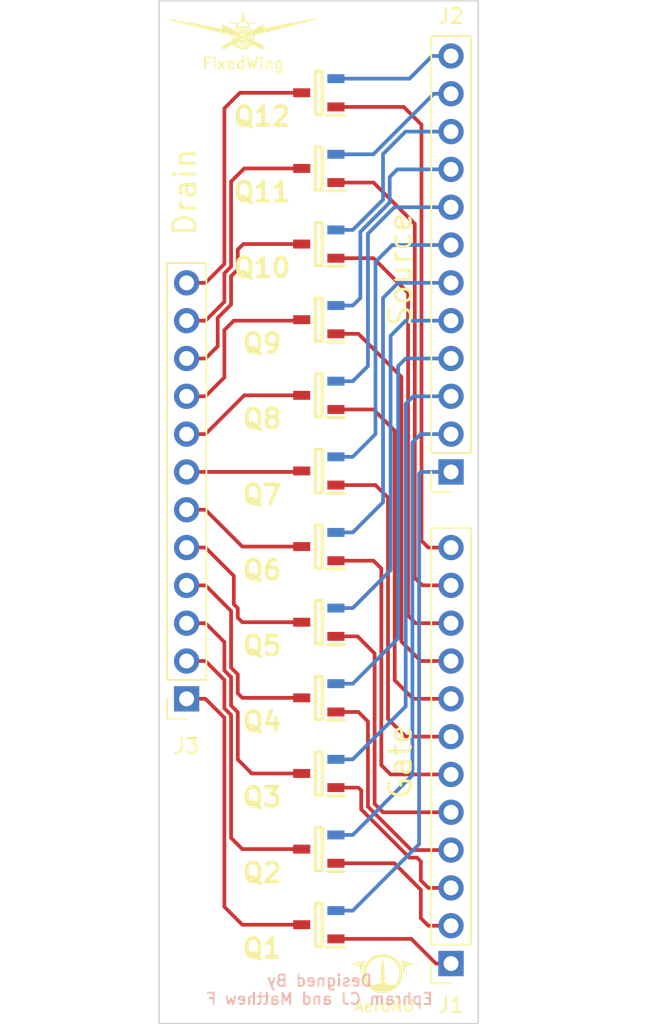
<source format=kicad_pcb>
(kicad_pcb (version 20221018) (generator pcbnew)
  (layers (0 "F.Cu" signal) (31 "B.Cu" signal) (34 "B.Paste" user) (35 "F.Paste" user) (36 "B.SilkS" user "B.Silkscreen") (37 "F.SilkS" user "F.Silkscreen") (38 "B.Mask" user) (39 "F.Mask" user) (44 "Edge.Cuts" user))
  (net 0 "")
  (net 1 "Net-(J1-Pin_1)")
  (net 2 "Net-(J1-Pin_2)")
  (net 3 "Net-(J1-Pin_3)")
  (net 4 "Net-(J1-Pin_4)")
  (net 5 "Net-(J1-Pin_5)")
  (net 6 "Net-(J1-Pin_6)")
  (net 7 "Net-(J1-Pin_7)")
  (net 8 "Net-(J1-Pin_8)")
  (net 9 "Net-(J1-Pin_9)")
  (net 10 "Net-(J1-Pin_10)")
  (net 11 "Net-(J1-Pin_11)")
  (net 12 "Net-(J1-Pin_12)")
  (net 13 "Net-(J2-Pin_1)")
  (net 14 "Net-(J2-Pin_2)")
  (net 15 "Net-(J2-Pin_3)")
  (net 16 "Net-(J2-Pin_4)")
  (net 17 "Net-(J2-Pin_5)")
  (net 18 "Net-(J2-Pin_6)")
  (net 19 "Net-(J2-Pin_7)")
  (net 20 "Net-(J2-Pin_8)")
  (net 21 "Net-(J2-Pin_9)")
  (net 22 "Net-(J2-Pin_10)")
  (net 23 "Net-(J2-Pin_11)")
  (net 24 "Net-(J2-Pin_12)")
  (net 25 "Net-(J3-Pin_1)")
  (net 26 "Net-(J3-Pin_2)")
  (net 27 "Net-(J3-Pin_3)")
  (net 28 "Net-(J3-Pin_4)")
  (net 29 "Net-(J3-Pin_5)")
  (net 30 "Net-(J3-Pin_6)")
  (net 31 "Net-(J3-Pin_7)")
  (net 32 "Net-(J3-Pin_8)")
  (net 33 "Net-(J3-Pin_9)")
  (net 34 "Net-(J3-Pin_10)")
  (net 35 "Net-(J3-Pin_11)")
  (net 36 "Net-(J3-Pin_12)")
  (footprint "FixedWing:SOT95P260X110-3N" (layer "F.Cu") (at 161.29 98.994 180)
    (fp_text reference "Q3" (at 3.81 -1.59) (layer "F.SilkS") (effects (font (size 1.27 1.27) (thickness 0.254))))
    (fp_text value "BSS308PE_H6327" hide)
    (pad "1" smd rect (at -1.15 -0.95 270) (size 0.6 1.15) (layers "F.Cu" "F.Paste" "F.Mask") (net 10 "Net-(J1-Pin_10)"))
    (pad "2" smd rect (at -1.15 0.95 270) (size 0.6 1.15) (layers "B.Cu" "F.Paste" "F.Mask") (net 22 "Net-(J2-Pin_10)"))
    (pad "3" smd rect (at 1.15 0 270) (size 0.6 1.15) (layers "F.Cu" "F.Paste" "F.Mask") (net 34 "Net-(J3-Pin_10)"))
  )
  (footprint "FixedWing:SOT95P260X110-3N" (layer "F.Cu") (at 161.29 88.834 180)
    (fp_text reference "Q5" (at 3.81 -1.59) (layer "F.SilkS") (effects (font (size 1.27 1.27) (thickness 0.254))))
    (fp_text value "BSS308PE_H6327" hide)
    (pad "1" smd rect (at -1.15 -0.95 270) (size 0.6 1.15) (layers "F.Cu" "F.Paste" "F.Mask") (net 8 "Net-(J1-Pin_8)"))
    (pad "2" smd rect (at -1.15 0.95 270) (size 0.6 1.15) (layers "B.Cu" "F.Paste" "F.Mask") (net 20 "Net-(J2-Pin_8)"))
    (pad "3" smd rect (at 1.15 0 270) (size 0.6 1.15) (layers "F.Cu" "F.Paste" "F.Mask") (net 32 "Net-(J3-Pin_8)"))
  )
  (footprint "FixedWing:SOT95P260X110-3N" (layer "F.Cu") (at 161.29 68.514 180)
    (fp_text reference "Q9" (at 3.81 -1.59) (layer "F.SilkS") (effects (font (size 1.27 1.27) (thickness 0.254))))
    (fp_text value "BSS308PE_H6327" hide)
    (pad "1" smd rect (at -1.15 -0.95 270) (size 0.6 1.15) (layers "F.Cu" "F.Paste" "F.Mask") (net 4 "Net-(J1-Pin_4)"))
    (pad "2" smd rect (at -1.15 0.95 270) (size 0.6 1.15) (layers "B.Cu" "F.Paste" "F.Mask") (net 16 "Net-(J2-Pin_4)"))
    (pad "3" smd rect (at 1.15 0 270) (size 0.6 1.15) (layers "F.Cu" "F.Paste" "F.Mask") (net 28 "Net-(J3-Pin_4)"))
  )
  (footprint "FixedWing:SOT95P260X110-3N" (layer "F.Cu") (at 161.29 73.594 180)
    (fp_text reference "Q8" (at 3.81 -1.59) (layer "F.SilkS") (effects (font (size 1.27 1.27) (thickness 0.254))))
    (fp_text value "BSS308PE_H6327" hide)
    (pad "1" smd rect (at -1.15 -0.95 270) (size 0.6 1.15) (layers "F.Cu" "F.Paste" "F.Mask") (net 5 "Net-(J1-Pin_5)"))
    (pad "2" smd rect (at -1.15 0.95 270) (size 0.6 1.15) (layers "B.Cu" "F.Paste" "F.Mask") (net 17 "Net-(J2-Pin_5)"))
    (pad "3" smd rect (at 1.15 0 270) (size 0.6 1.15) (layers "F.Cu" "F.Paste" "F.Mask") (net 29 "Net-(J3-Pin_5)"))
  )
  (footprint "FixedWing:SOT95P260X110-3N" (layer "F.Cu") (at 161.29 93.914 180)
    (fp_text reference "Q4" (at 3.81 -1.59) (layer "F.SilkS") (effects (font (size 1.27 1.27) (thickness 0.254))))
    (fp_text value "BSS308PE_H6327" hide)
    (pad "1" smd rect (at -1.15 -0.95 270) (size 0.6 1.15) (layers "F.Cu" "F.Paste" "F.Mask") (net 9 "Net-(J1-Pin_9)"))
    (pad "2" smd rect (at -1.15 0.95 270) (size 0.6 1.15) (layers "B.Cu" "F.Paste" "F.Mask") (net 21 "Net-(J2-Pin_9)"))
    (pad "3" smd rect (at 1.15 0 270) (size 0.6 1.15) (layers "F.Cu" "F.Paste" "F.Mask") (net 33 "Net-(J3-Pin_9)"))
  )
  (footprint "FixedWing:SOT95P260X110-3N" (layer "F.Cu") (at 161.29 53.274 180)
    (fp_text reference "Q12" (at 3.81 -1.59) (layer "F.SilkS") (effects (font (size 1.27 1.27) (thickness 0.254))))
    (fp_text value "BSS308PE_H6327" hide)
    (pad "1" smd rect (at -1.15 -0.95 270) (size 0.6 1.15) (layers "F.Cu" "F.Paste" "F.Mask") (net 1 "Net-(J1-Pin_1)"))
    (pad "2" smd rect (at -1.15 0.95 270) (size 0.6 1.15) (layers "B.Cu" "F.Paste" "F.Mask") (net 13 "Net-(J2-Pin_1)"))
    (pad "3" smd rect (at 1.15 0 270) (size 0.6 1.15) (layers "F.Cu" "F.Paste" "F.Mask") (net 25 "Net-(J3-Pin_1)"))
  )
  (footprint "FixedWing:SOT95P260X110-3N" (layer "F.Cu") (at 161.29 58.354 180)
    (fp_text reference "Q11" (at 3.81 -1.59) (layer "F.SilkS") (effects (font (size 1.27 1.27) (thickness 0.254))))
    (fp_text value "BSS308PE_H6327" hide)
    (pad "1" smd rect (at -1.15 -0.95 270) (size 0.6 1.15) (layers "F.Cu" "F.Paste" "F.Mask") (net 2 "Net-(J1-Pin_2)"))
    (pad "2" smd rect (at -1.15 0.95 270) (size 0.6 1.15) (layers "B.Cu" "F.Paste" "F.Mask") (net 14 "Net-(J2-Pin_2)"))
    (pad "3" smd rect (at 1.15 0 270) (size 0.6 1.15) (layers "F.Cu" "F.Paste" "F.Mask") (net 26 "Net-(J3-Pin_2)"))
  )
  (footprint "Connector_PinSocket_2.54mm:PinSocket_1x12_P2.54mm_Vertical" (layer "F.Cu") (at 170.18 111.76 180)
    (fp_text reference "J1" (at 0 -2.794) (layer "F.SilkS"))
    (fp_text value "Conn_01x12")
    (pad "1" thru_hole rect (at 0 0 180) (size 1.7 1.7) (drill 1) (layers "*.Cu" "*.Mask"))
    (pad "2" thru_hole oval (at 0 2.54 180) (size 1.7 1.7) (drill 1) (layers "*.Cu" "*.Mask"))
    (pad "3" thru_hole oval (at 0 5.08 180) (size 1.7 1.7) (drill 1) (layers "*.Cu" "*.Mask"))
    (pad "4" thru_hole oval (at 0 7.62 180) (size 1.7 1.7) (drill 1) (layers "*.Cu" "*.Mask"))
    (pad "5" thru_hole oval (at 0 10.16 180) (size 1.7 1.7) (drill 1) (layers "*.Cu" "*.Mask"))
    (pad "6" thru_hole oval (at 0 12.7 180) (size 1.7 1.7) (drill 1) (layers "*.Cu" "*.Mask"))
    (pad "7" thru_hole oval (at 0 15.24 180) (size 1.7 1.7) (drill 1) (layers "*.Cu" "*.Mask"))
    (pad "8" thru_hole oval (at 0 17.78 180) (size 1.7 1.7) (drill 1) (layers "*.Cu" "*.Mask"))
    (pad "9" thru_hole oval (at 0 20.32 180) (size 1.7 1.7) (drill 1) (layers "*.Cu" "*.Mask"))
    (pad "10" thru_hole oval (at 0 22.86 180) (size 1.7 1.7) (drill 1) (layers "*.Cu" "*.Mask"))
    (pad "11" thru_hole oval (at 0 25.4 180) (size 1.7 1.7) (drill 1) (layers "*.Cu" "*.Mask"))
    (pad "12" thru_hole oval (at 0 27.94 180) (size 1.7 1.7) (drill 1) (layers "*.Cu" "*.Mask"))
  )
  (footprint "FixedWing:SOT95P260X110-3N" (layer "F.Cu") (at 161.29 109.154 180)
    (fp_text reference "Q1" (at 3.81 -1.59) (layer "F.SilkS") (effects (font (size 1.27 1.27) (thickness 0.254))))
    (fp_text value "BSS308PE_H6327" hide)
    (pad "1" smd rect (at -1.15 -0.95 270) (size 0.6 1.15) (layers "F.Cu" "F.Paste" "F.Mask") (net 12 "Net-(J1-Pin_12)"))
    (pad "2" smd rect (at -1.15 0.95 270) (size 0.6 1.15) (layers "B.Cu" "F.Paste" "F.Mask") (net 24 "Net-(J2-Pin_12)"))
    (pad "3" smd rect (at 1.15 0 270) (size 0.6 1.15) (layers "F.Cu" "F.Paste" "F.Mask") (net 36 "Net-(J3-Pin_12)"))
  )
  (footprint "FixedWing:AeroNU - Logo (Smol)" (layer "F.Cu") (at 165.724549 115.193988)
    (fp_text reference "AeroNU" hide)
    (fp_text value "LOGO" hide)
  )
  (footprint "FixedWing:SOT95P260X110-3N" (layer "F.Cu") (at 161.29 83.754 180)
    (fp_text reference "Q6" (at 3.81 -1.59) (layer "F.SilkS") (effects (font (size 1.27 1.27) (thickness 0.254))))
    (fp_text value "BSS308PE_H6327" hide)
    (pad "1" smd rect (at -1.15 -0.95 270) (size 0.6 1.15) (layers "F.Cu" "F.Paste" "F.Mask") (net 7 "Net-(J1-Pin_7)"))
    (pad "2" smd rect (at -1.15 0.95 270) (size 0.6 1.15) (layers "B.Cu" "F.Paste" "F.Mask") (net 19 "Net-(J2-Pin_7)"))
    (pad "3" smd rect (at 1.15 0 270) (size 0.6 1.15) (layers "F.Cu" "F.Paste" "F.Mask") (net 31 "Net-(J3-Pin_7)"))
  )
  (footprint "Connector_PinSocket_2.54mm:PinSocket_1x12_P2.54mm_Vertical" (layer "F.Cu") (at 170.18 78.74 180)
    (fp_text reference "J2" (at 0 30.607) (layer "F.SilkS"))
    (fp_text value "Conn_01x12")
    (pad "1" thru_hole rect (at 0 0 180) (size 1.7 1.7) (drill 1) (layers "*.Cu" "*.Mask"))
    (pad "2" thru_hole oval (at 0 2.54 180) (size 1.7 1.7) (drill 1) (layers "*.Cu" "*.Mask"))
    (pad "3" thru_hole oval (at 0 5.08 180) (size 1.7 1.7) (drill 1) (layers "*.Cu" "*.Mask"))
    (pad "4" thru_hole oval (at 0 7.62 180) (size 1.7 1.7) (drill 1) (layers "*.Cu" "*.Mask"))
    (pad "5" thru_hole oval (at 0 10.16 180) (size 1.7 1.7) (drill 1) (layers "*.Cu" "*.Mask"))
    (pad "6" thru_hole oval (at 0 12.7 180) (size 1.7 1.7) (drill 1) (layers "*.Cu" "*.Mask"))
    (pad "7" thru_hole oval (at 0 15.24 180) (size 1.7 1.7) (drill 1) (layers "*.Cu" "*.Mask"))
    (pad "8" thru_hole oval (at 0 17.78 180) (size 1.7 1.7) (drill 1) (layers "*.Cu" "*.Mask"))
    (pad "9" thru_hole oval (at 0 20.32 180) (size 1.7 1.7) (drill 1) (layers "*.Cu" "*.Mask"))
    (pad "10" thru_hole oval (at 0 22.86 180) (size 1.7 1.7) (drill 1) (layers "*.Cu" "*.Mask"))
    (pad "11" thru_hole oval (at 0 25.4 180) (size 1.7 1.7) (drill 1) (layers "*.Cu" "*.Mask"))
    (pad "12" thru_hole oval (at 0 27.94 180) (size 1.7 1.7) (drill 1) (layers "*.Cu" "*.Mask"))
  )
  (footprint "FixedWing:SOT95P260X110-3N" (layer "F.Cu") (at 161.29 63.434 180)
    (fp_text reference "Q10" (at 3.81 -1.59) (layer "F.SilkS") (effects (font (size 1.27 1.27) (thickness 0.254))))
    (fp_text value "BSS308PE_H6327" hide)
    (pad "1" smd rect (at -1.15 -0.95 270) (size 0.6 1.15) (layers "F.Cu" "F.Paste" "F.Mask") (net 3 "Net-(J1-Pin_3)"))
    (pad "2" smd rect (at -1.15 0.95 270) (size 0.6 1.15) (layers "B.Cu" "F.Paste" "F.Mask") (net 15 "Net-(J2-Pin_3)"))
    (pad "3" smd rect (at 1.15 0 270) (size 0.6 1.15) (layers "F.Cu" "F.Paste" "F.Mask") (net 27 "Net-(J3-Pin_3)"))
  )
  (footprint "Connector_PinSocket_2.54mm:PinSocket_1x12_P2.54mm_Vertical" (layer "F.Cu") (at 152.4 93.98 180)
    (fp_text reference "J3" (at 0 -3.175) (layer "F.SilkS"))
    (fp_text value "Conn_01x12")
    (pad "1" thru_hole rect (at 0 0 180) (size 1.7 1.7) (drill 1) (layers "*.Cu" "*.Mask"))
    (pad "2" thru_hole oval (at 0 2.54 180) (size 1.7 1.7) (drill 1) (layers "*.Cu" "*.Mask"))
    (pad "3" thru_hole oval (at 0 5.08 180) (size 1.7 1.7) (drill 1) (layers "*.Cu" "*.Mask"))
    (pad "4" thru_hole oval (at 0 7.62 180) (size 1.7 1.7) (drill 1) (layers "*.Cu" "*.Mask"))
    (pad "5" thru_hole oval (at 0 10.16 180) (size 1.7 1.7) (drill 1) (layers "*.Cu" "*.Mask"))
    (pad "6" thru_hole oval (at 0 12.7 180) (size 1.7 1.7) (drill 1) (layers "*.Cu" "*.Mask"))
    (pad "7" thru_hole oval (at 0 15.24 180) (size 1.7 1.7) (drill 1) (layers "*.Cu" "*.Mask"))
    (pad "8" thru_hole oval (at 0 17.78 180) (size 1.7 1.7) (drill 1) (layers "*.Cu" "*.Mask"))
    (pad "9" thru_hole oval (at 0 20.32 180) (size 1.7 1.7) (drill 1) (layers "*.Cu" "*.Mask"))
    (pad "10" thru_hole oval (at 0 22.86 180) (size 1.7 1.7) (drill 1) (layers "*.Cu" "*.Mask"))
    (pad "11" thru_hole oval (at 0 25.4 180) (size 1.7 1.7) (drill 1) (layers "*.Cu" "*.Mask"))
    (pad "12" thru_hole oval (at 0 27.94 180) (size 1.7 1.7) (drill 1) (layers "*.Cu" "*.Mask"))
  )
  (footprint "FixedWing:FixedWing - Logo (Smol)" (layer "F.Cu") (at 156.21 49.53)
    (fp_text reference "FixedWing" (at 0 1.778) (layer "F.SilkS") (effects (font (size 0.75 0.75) (thickness 0.125))))
    (fp_text value "LOGO" hide)
  )
  (footprint "FixedWing:SOT95P260X110-3N" (layer "F.Cu") (at 161.29 104.074 180)
    (fp_text reference "Q2" (at 3.81 -1.59) (layer "F.SilkS") (effects (font (size 1.27 1.27) (thickness 0.254))))
    (fp_text value "BSS308PE_H6327" hide)
    (pad "1" smd rect (at -1.15 -0.95 270) (size 0.6 1.15) (layers "F.Cu" "F.Paste" "F.Mask") (net 11 "Net-(J1-Pin_11)"))
    (pad "2" smd rect (at -1.15 0.95 270) (size 0.6 1.15) (layers "B.Cu" "F.Paste" "F.Mask") (net 23 "Net-(J2-Pin_11)"))
    (pad "3" smd rect (at 1.15 0 270) (size 0.6 1.15) (layers "F.Cu" "F.Paste" "F.Mask") (net 35 "Net-(J3-Pin_11)"))
  )
  (footprint "FixedWing:SOT95P260X110-3N" (layer "F.Cu") (at 161.29 78.674 180)
    (fp_text reference "Q7" (at 3.81 -1.59) (layer "F.SilkS") (effects (font (size 1.27 1.27) (thickness 0.254))))
    (fp_text value "BSS308PE_H6327" hide)
    (pad "1" smd rect (at -1.15 -0.95 270) (size 0.6 1.15) (layers "F.Cu" "F.Paste" "F.Mask") (net 6 "Net-(J1-Pin_6)"))
    (pad "2" smd rect (at -1.15 0.95 270) (size 0.6 1.15) (layers "B.Cu" "F.Paste" "F.Mask") (net 18 "Net-(J2-Pin_6)"))
    (pad "3" smd rect (at 1.15 0 270) (size 0.6 1.15) (layers "F.Cu" "F.Paste" "F.Mask") (net 30 "Net-(J3-Pin_6)"))
  )
  (gr_rect (start 150.5458 47.0916) (end 172.0088 115.7986) (stroke (width 0.1)) (fill none) (layer "Edge.Cuts"))
  (gr_text "Designed By\nEphram CJ and Matthew F" (at 161.3408 114.5794) (layer "B.SilkS") (effects (font (size 0.762 0.762) (thickness 0.127) bold) (justify bottom mirror)))
  (gr_text "Source\n" (at 167.64 69.088 90) (layer "F.SilkS") (effects (font (size 1.5 1.5) (thickness 0.1875)) (justify left bottom)))
  (gr_text "AeroNU" (at 163.576 115.062) (layer "F.SilkS") (effects (font (size 0.762 0.762) (thickness 0.127) bold) (justify left bottom)))
  (gr_text "Gate" (at 167.64 100.838 90) (layer "F.SilkS") (effects (font (size 1.5 1.5) (thickness 0.1875)) (justify left bottom)))
  (gr_text "Drain" (at 153.162 62.992 90) (layer "F.SilkS") (effects (font (size 1.5 1.5) (thickness 0.1875)) (justify left bottom)))
  (segment (start 168.192 55.416) (end 167 54.224) (width 0.25) (layer "F.Cu") (net 1))
  (segment (start 170.18 83.82) (end 168.656 83.82) (width 0.25) (layer "F.Cu") (net 1))
  (segment (start 167 54.224) (end 162.44 54.224) (width 0.25) (layer "F.Cu") (net 1))
  (segment (start 168.192 83.356) (end 168.192 55.416) (width 0.25) (layer "F.Cu") (net 1))
  (segment (start 168.656 83.82) (end 168.192 83.356) (width 0.25) (layer "F.Cu") (net 1))
  (segment (start 170.18 86.36) (end 168.25 86.36) (width 0.25) (layer "F.Cu") (net 2))
  (segment (start 164.968 59.304) (end 162.44 59.304) (width 0.25) (layer "F.Cu") (net 2))
  (segment (start 168.25 86.36) (end 167.742 85.852) (width 0.25) (layer "F.Cu") (net 2))
  (segment (start 167.742 62.078) (end 164.968 59.304) (width 0.25) (layer "F.Cu") (net 2))
  (segment (start 167.742 85.852) (end 167.742 62.078) (width 0.25) (layer "F.Cu") (net 2))
  (segment (start 170.18 88.9) (end 167.8 88.9) (width 0.25) (layer "F.Cu") (net 3))
  (segment (start 164.968 64.384) (end 162.44 64.384) (width 0.25) (layer "F.Cu") (net 3))
  (segment (start 167.292 88.392) (end 167.292 66.708) (width 0.25) (layer "F.Cu") (net 3))
  (segment (start 167.8 88.9) (end 167.292 88.392) (width 0.25) (layer "F.Cu") (net 3))
  (segment (start 167.292 66.708) (end 164.968 64.384) (width 0.25) (layer "F.Cu") (net 3))
  (segment (start 166.842 72.354) (end 163.952 69.464) (width 0.25) (layer "F.Cu") (net 4))
  (segment (start 166.842 90.134) (end 166.842 72.354) (width 0.25) (layer "F.Cu") (net 4))
  (segment (start 163.952 69.464) (end 162.44 69.464) (width 0.25) (layer "F.Cu") (net 4))
  (segment (start 168.148 91.44) (end 166.842 90.134) (width 0.25) (layer "F.Cu") (net 4))
  (segment (start 170.18 91.44) (end 168.148 91.44) (width 0.25) (layer "F.Cu") (net 4))
  (segment (start 166.392 92.732) (end 166.392 75.968) (width 0.25) (layer "F.Cu") (net 5))
  (segment (start 167.64 93.98) (end 166.392 92.732) (width 0.25) (layer "F.Cu") (net 5))
  (segment (start 166.392 75.968) (end 164.968 74.544) (width 0.25) (layer "F.Cu") (net 5))
  (segment (start 164.968 74.544) (end 162.44 74.544) (width 0.25) (layer "F.Cu") (net 5))
  (segment (start 170.18 93.98) (end 167.64 93.98) (width 0.25) (layer "F.Cu") (net 5))
  (segment (start 165.1 79.624) (end 162.44 79.624) (width 0.25) (layer "F.Cu") (net 6))
  (segment (start 165.942 95.33) (end 165.942 80.466) (width 0.25) (layer "F.Cu") (net 6))
  (segment (start 167.132 96.52) (end 165.942 95.33) (width 0.25) (layer "F.Cu") (net 6))
  (segment (start 170.18 96.52) (end 167.132 96.52) (width 0.25) (layer "F.Cu") (net 6))
  (segment (start 165.942 80.466) (end 165.1 79.624) (width 0.25) (layer "F.Cu") (net 6))
  (segment (start 170.18 99.06) (end 166.116 99.06) (width 0.25) (layer "F.Cu") (net 7))
  (segment (start 166.116 99.06) (end 165.492 98.436) (width 0.25) (layer "F.Cu") (net 7))
  (segment (start 165.492 85.228) (end 164.968 84.704) (width 0.25) (layer "F.Cu") (net 7))
  (segment (start 164.968 84.704) (end 162.44 84.704) (width 0.25) (layer "F.Cu") (net 7))
  (segment (start 165.492 98.436) (end 165.492 85.228) (width 0.25) (layer "F.Cu") (net 7))
  (segment (start 170.18 101.6) (end 165.608 101.6) (width 0.25) (layer "F.Cu") (net 8))
  (segment (start 165.042 90.932) (end 163.894 89.784) (width 0.25) (layer "F.Cu") (net 8))
  (segment (start 165.042 101.034) (end 165.042 90.932) (width 0.25) (layer "F.Cu") (net 8))
  (segment (start 165.608 101.6) (end 165.042 101.034) (width 0.25) (layer "F.Cu") (net 8))
  (segment (start 163.894 89.784) (end 162.44 89.784) (width 0.25) (layer "F.Cu") (net 8))
  (segment (start 164.592 101.220396) (end 164.592 95.504) (width 0.25) (layer "F.Cu") (net 9))
  (segment (start 163.952 94.864) (end 162.44 94.864) (width 0.25) (layer "F.Cu") (net 9))
  (segment (start 170.18 104.14) (end 167.511604 104.14) (width 0.25) (layer "F.Cu") (net 9))
  (segment (start 167.511604 104.14) (end 164.592 101.220396) (width 0.25) (layer "F.Cu") (net 9))
  (segment (start 164.592 95.504) (end 163.952 94.864) (width 0.25) (layer "F.Cu") (net 9))
  (segment (start 163.952 99.944) (end 162.44 99.944) (width 0.25) (layer "F.Cu") (net 10))
  (segment (start 164.142 100.134) (end 163.952 99.944) (width 0.25) (layer "F.Cu") (net 10))
  (segment (start 164.142 101.406792) (end 164.142 100.134) (width 0.25) (layer "F.Cu") (net 10))
  (segment (start 167.891208 104.648) (end 167.383208 104.648) (width 0.25) (layer "F.Cu") (net 10))
  (segment (start 170.18 106.68) (end 168.656 106.68) (width 0.25) (layer "F.Cu") (net 10))
  (segment (start 168.148 104.904792) (end 167.891208 104.648) (width 0.25) (layer "F.Cu") (net 10))
  (segment (start 168.148 106.172) (end 168.148 104.904792) (width 0.25) (layer "F.Cu") (net 10))
  (segment (start 167.383208 104.648) (end 164.142 101.406792) (width 0.25) (layer "F.Cu") (net 10))
  (segment (start 168.656 106.68) (end 168.148 106.172) (width 0.25) (layer "F.Cu") (net 10))
  (segment (start 170.18 109.22) (end 170.18 108.712) (width 0.25) (layer "F.Cu") (net 11))
  (segment (start 166.363604 105.024) (end 162.44 105.024) (width 0.25) (layer "F.Cu") (net 11))
  (segment (start 168.148 108.712) (end 168.148 106.808396) (width 0.25) (layer "F.Cu") (net 11))
  (segment (start 168.656 109.22) (end 168.148 108.712) (width 0.25) (layer "F.Cu") (net 11))
  (segment (start 168.148 106.808396) (end 166.363604 105.024) (width 0.25) (layer "F.Cu") (net 11))
  (segment (start 170.18 109.22) (end 168.656 109.22) (width 0.25) (layer "F.Cu") (net 11))
  (segment (start 167.508 110.104) (end 162.44 110.104) (width 0.25) (layer "F.Cu") (net 12))
  (segment (start 169.164 111.76) (end 167.508 110.104) (width 0.25) (layer "F.Cu") (net 12))
  (segment (start 170.18 111.76) (end 169.164 111.76) (width 0.25) (layer "F.Cu") (net 12))
  (segment (start 170.18 50.8) (end 168.91 50.8) (width 0.25) (layer "B.Cu") (net 13))
  (segment (start 167.386 52.324) (end 162.44 52.324) (width 0.25) (layer "B.Cu") (net 13))
  (segment (start 168.91 50.8) (end 167.386 52.324) (width 0.25) (layer "B.Cu") (net 13))
  (segment (start 169.023208 53.34) (end 164.959208 57.404) (width 0.25) (layer "B.Cu") (net 14))
  (segment (start 164.959208 57.404) (end 162.44 57.404) (width 0.25) (layer "B.Cu") (net 14))
  (segment (start 170.18 53.34) (end 169.023208 53.34) (width 0.25) (layer "B.Cu") (net 14))
  (segment (start 165.608 60.452) (end 163.576 62.484) (width 0.25) (layer "B.Cu") (net 15))
  (segment (start 170.18 55.88) (end 167.119604 55.88) (width 0.25) (layer "B.Cu") (net 15))
  (segment (start 165.608 57.391604) (end 165.608 60.452) (width 0.25) (layer "B.Cu") (net 15))
  (segment (start 167.119604 55.88) (end 165.608 57.391604) (width 0.25) (layer "B.Cu") (net 15))
  (segment (start 163.576 62.484) (end 162.44 62.484) (width 0.25) (layer "B.Cu") (net 15))
  (segment (start 163.576 67.564) (end 162.44 67.564) (width 0.25) (layer "B.Cu") (net 16))
  (segment (start 164.084 62.612396) (end 164.084 67.056) (width 0.25) (layer "B.Cu") (net 16))
  (segment (start 166.566 58.42) (end 166.058 58.928) (width 0.25) (layer "B.Cu") (net 16))
  (segment (start 166.058 60.638396) (end 164.084 62.612396) (width 0.25) (layer "B.Cu") (net 16))
  (segment (start 166.058 58.928) (end 166.058 60.638396) (width 0.25) (layer "B.Cu") (net 16))
  (segment (start 170.18 58.42) (end 166.566 58.42) (width 0.25) (layer "B.Cu") (net 16))
  (segment (start 164.084 67.056) (end 163.576 67.564) (width 0.25) (layer "B.Cu") (net 16))
  (segment (start 163.576 72.644) (end 162.44 72.644) (width 0.25) (layer "B.Cu") (net 17))
  (segment (start 164.592 62.740792) (end 164.592 71.628) (width 0.25) (layer "B.Cu") (net 17))
  (segment (start 166.372792 60.96) (end 164.592 62.740792) (width 0.25) (layer "B.Cu") (net 17))
  (segment (start 164.592 71.628) (end 163.576 72.644) (width 0.25) (layer "B.Cu") (net 17))
  (segment (start 170.18 60.96) (end 166.372792 60.96) (width 0.25) (layer "B.Cu") (net 17))
  (segment (start 163.576 77.724) (end 162.44 77.724) (width 0.25) (layer "B.Cu") (net 18))
  (segment (start 166.232 63.5) (end 165.1 64.632) (width 0.25) (layer "B.Cu") (net 18))
  (segment (start 165.1 64.632) (end 165.1 76.2) (width 0.25) (layer "B.Cu") (net 18))
  (segment (start 165.1 76.2) (end 163.576 77.724) (width 0.25) (layer "B.Cu") (net 18))
  (segment (start 170.18 63.5) (end 166.232 63.5) (width 0.25) (layer "B.Cu") (net 18))
  (segment (start 166.624 66.04) (end 165.608 67.056) (width 0.25) (layer "B.Cu") (net 19))
  (segment (start 165.608 80.772) (end 163.576 82.804) (width 0.25) (layer "B.Cu") (net 19))
  (segment (start 165.608 67.056) (end 165.608 80.772) (width 0.25) (layer "B.Cu") (net 19))
  (segment (start 163.576 82.804) (end 162.44 82.804) (width 0.25) (layer "B.Cu") (net 19))
  (segment (start 170.18 66.04) (end 166.624 66.04) (width 0.25) (layer "B.Cu") (net 19))
  (segment (start 170.18 68.58) (end 167.132 68.58) (width 0.25) (layer "B.Cu") (net 20))
  (segment (start 167.132 68.58) (end 166.116 69.596) (width 0.25) (layer "B.Cu") (net 20))
  (segment (start 166.116 69.596) (end 166.116 85.344) (width 0.25) (layer "B.Cu") (net 20))
  (segment (start 163.576 87.884) (end 162.44 87.884) (width 0.25) (layer "B.Cu") (net 20))
  (segment (start 166.116 85.344) (end 163.576 87.884) (width 0.25) (layer "B.Cu") (net 20))
  (segment (start 167.132 71.12) (end 166.624 71.628) (width 0.25) (layer "B.Cu") (net 21))
  (segment (start 170.18 71.12) (end 167.132 71.12) (width 0.25) (layer "B.Cu") (net 21))
  (segment (start 163.576 92.964) (end 162.44 92.964) (width 0.25) (layer "B.Cu") (net 21))
  (segment (start 166.624 89.916) (end 163.576 92.964) (width 0.25) (layer "B.Cu") (net 21))
  (segment (start 166.624 71.628) (end 166.624 89.916) (width 0.25) (layer "B.Cu") (net 21))
  (segment (start 163.576 98.044) (end 162.44 98.044) (width 0.25) (layer "B.Cu") (net 22))
  (segment (start 167.132 74.168) (end 167.132 94.488) (width 0.25) (layer "B.Cu") (net 22))
  (segment (start 167.64 73.66) (end 167.132 74.168) (width 0.25) (layer "B.Cu") (net 22))
  (segment (start 170.18 73.66) (end 167.64 73.66) (width 0.25) (layer "B.Cu") (net 22))
  (segment (start 167.132 94.488) (end 163.576 98.044) (width 0.25) (layer "B.Cu") (net 22))
  (segment (start 167.582 76.766) (end 167.582 99.118) (width 0.25) (layer "B.Cu") (net 23))
  (segment (start 170.18 76.2) (end 168.148 76.2) (width 0.25) (layer "B.Cu") (net 23))
  (segment (start 163.576 103.124) (end 162.44 103.124) (width 0.25) (layer "B.Cu") (net 23))
  (segment (start 167.582 99.118) (end 163.576 103.124) (width 0.25) (layer "B.Cu") (net 23))
  (segment (start 168.148 76.2) (end 167.582 76.766) (width 0.25) (layer "B.Cu") (net 23))
  (segment (start 163.576 108.204) (end 162.44 108.204) (width 0.25) (layer "B.Cu") (net 24))
  (segment (start 170.18 78.74) (end 168.148 78.74) (width 0.25) (layer "B.Cu") (net 24))
  (segment (start 168.148 78.74) (end 168.032 78.856) (width 0.25) (layer "B.Cu") (net 24))
  (segment (start 168.032 103.748) (end 163.576 108.204) (width 0.25) (layer "B.Cu") (net 24))
  (segment (start 168.032 78.856) (end 168.032 103.748) (width 0.25) (layer "B.Cu") (net 24))
  (segment (start 152.4 66.04) (end 153.67 66.04) (width 0.25) (layer "F.Cu") (net 25))
  (segment (start 153.67 66.04) (end 154.94 64.77) (width 0.25) (layer "F.Cu") (net 25))
  (segment (start 154.94 54.3195) (end 155.9855 53.274) (width 0.25) (layer "F.Cu") (net 25))
  (segment (start 155.9855 53.274) (end 160.14 53.274) (width 0.25) (layer "F.Cu") (net 25))
  (segment (start 154.94 64.77) (end 154.94 54.3195) (width 0.25) (layer "F.Cu") (net 25))
  (segment (start 154.94 65.405) (end 155.39 64.955) (width 0.25) (layer "F.Cu") (net 26))
  (segment (start 155.39 64.955) (end 155.39 59.24) (width 0.25) (layer "F.Cu") (net 26))
  (segment (start 152.4 68.58) (end 153.67 68.58) (width 0.25) (layer "F.Cu") (net 26))
  (segment (start 155.39 59.24) (end 156.276 58.354) (width 0.25) (layer "F.Cu") (net 26))
  (segment (start 154.94 67.31) (end 154.94 65.405) (width 0.25) (layer "F.Cu") (net 26))
  (segment (start 153.67 68.58) (end 154.94 67.31) (width 0.25) (layer "F.Cu") (net 26))
  (segment (start 156.276 58.354) (end 160.14 58.354) (width 0.25) (layer "F.Cu") (net 26))
  (segment (start 154.49 70.3) (end 153.67 71.12) (width 0.25) (layer "F.Cu") (net 27))
  (segment (start 153.67 71.12) (end 152.4 71.12) (width 0.25) (layer "F.Cu") (net 27))
  (segment (start 156.21 63.434) (end 155.84 63.804) (width 0.25) (layer "F.Cu") (net 27))
  (segment (start 155.84 65.141396) (end 155.39 65.591396) (width 0.25) (layer "F.Cu") (net 27))
  (segment (start 155.39 67.495) (end 154.49 68.395) (width 0.25) (layer "F.Cu") (net 27))
  (segment (start 155.84 63.804) (end 155.84 65.141396) (width 0.25) (layer "F.Cu") (net 27))
  (segment (start 160.14 63.434) (end 156.21 63.434) (width 0.25) (layer "F.Cu") (net 27))
  (segment (start 154.49 68.395) (end 154.49 70.3) (width 0.25) (layer "F.Cu") (net 27))
  (segment (start 155.39 65.591396) (end 155.39 67.495) (width 0.25) (layer "F.Cu") (net 27))
  (segment (start 154.94 69.215) (end 155.575 68.58) (width 0.25) (layer "F.Cu") (net 28))
  (segment (start 153.67 73.66) (end 154.94 72.39) (width 0.25) (layer "F.Cu") (net 28))
  (segment (start 154.94 72.39) (end 154.94 69.215) (width 0.25) (layer "F.Cu") (net 28))
  (segment (start 155.575 68.58) (end 160.074 68.58) (width 0.25) (layer "F.Cu") (net 28))
  (segment (start 152.4 73.66) (end 153.67 73.66) (width 0.25) (layer "F.Cu") (net 28))
  (segment (start 160.074 68.58) (end 160.14 68.514) (width 0.25) (layer "F.Cu") (net 28))
  (segment (start 153.67 76.2) (end 156.276 73.594) (width 0.25) (layer "F.Cu") (net 29))
  (segment (start 156.276 73.594) (end 160.14 73.594) (width 0.25) (layer "F.Cu") (net 29))
  (segment (start 152.4 76.2) (end 153.67 76.2) (width 0.25) (layer "F.Cu") (net 29))
  (segment (start 160.074 78.74) (end 160.14 78.674) (width 0.25) (layer "F.Cu") (net 30))
  (segment (start 152.4 78.74) (end 160.074 78.74) (width 0.25) (layer "F.Cu") (net 30))
  (segment (start 153.67 81.28) (end 156.144 83.754) (width 0.25) (layer "F.Cu") (net 31))
  (segment (start 156.144 83.754) (end 160.14 83.754) (width 0.25) (layer "F.Cu") (net 31))
  (segment (start 152.4 81.28) (end 153.67 81.28) (width 0.25) (layer "F.Cu") (net 31))
  (segment (start 155.575 85.725) (end 155.575 87.628604) (width 0.25) (layer "F.Cu") (net 32))
  (segment (start 156.144 88.834) (end 160.14 88.834) (width 0.25) (layer "F.Cu") (net 32))
  (segment (start 155.575 87.628604) (end 155.84 87.893604) (width 0.25) (layer "F.Cu") (net 32))
  (segment (start 153.67 83.82) (end 155.575 85.725) (width 0.25) (layer "F.Cu") (net 32))
  (segment (start 155.84 88.53) (end 156.144 88.834) (width 0.25) (layer "F.Cu") (net 32))
  (segment (start 155.84 87.893604) (end 155.84 88.53) (width 0.25) (layer "F.Cu") (net 32))
  (segment (start 152.4 83.82) (end 153.67 83.82) (width 0.25) (layer "F.Cu") (net 32))
  (segment (start 155.84 92.337208) (end 155.84 93.608604) (width 0.25) (layer "F.Cu") (net 33))
  (segment (start 152.4 86.36) (end 153.67 86.36) (width 0.25) (layer "F.Cu") (net 33))
  (segment (start 156.145396 93.914) (end 160.14 93.914) (width 0.25) (layer "F.Cu") (net 33))
  (segment (start 153.67 86.36) (end 155.39 88.08) (width 0.25) (layer "F.Cu") (net 33))
  (segment (start 155.84 93.608604) (end 156.145396 93.914) (width 0.25) (layer "F.Cu") (net 33))
  (segment (start 155.39 91.887208) (end 155.84 92.337208) (width 0.25) (layer "F.Cu") (net 33))
  (segment (start 155.39 88.08) (end 155.39 91.887208) (width 0.25) (layer "F.Cu") (net 33))
  (segment (start 152.4 88.9) (end 153.67 88.9) (width 0.25) (layer "F.Cu") (net 34))
  (segment (start 155.84 94.88) (end 155.84 98.055) (width 0.25) (layer "F.Cu") (net 34))
  (segment (start 155.84 98.055) (end 156.779 98.994) (width 0.25) (layer "F.Cu") (net 34))
  (segment (start 155.39 94.43) (end 155.84 94.88) (width 0.25) (layer "F.Cu") (net 34))
  (segment (start 156.779 98.994) (end 160.14 98.994) (width 0.25) (layer "F.Cu") (net 34))
  (segment (start 153.67 88.9) (end 154.94 90.17) (width 0.25) (layer "F.Cu") (net 34))
  (segment (start 154.94 90.17) (end 154.94 92.073604) (width 0.25) (layer "F.Cu") (net 34))
  (segment (start 155.39 92.523604) (end 155.39 94.43) (width 0.25) (layer "F.Cu") (net 34))
  (segment (start 154.94 92.073604) (end 155.39 92.523604) (width 0.25) (layer "F.Cu") (net 34))
  (segment (start 154.94 92.71) (end 154.94 94.615) (width 0.25) (layer "F.Cu") (net 35))
  (segment (start 153.67 91.44) (end 154.94 92.71) (width 0.25) (layer "F.Cu") (net 35))
  (segment (start 155.39 103.32) (end 156.144 104.074) (width 0.25) (layer "F.Cu") (net 35))
  (segment (start 154.94 94.615) (end 155.39 95.065) (width 0.25) (layer "F.Cu") (net 35))
  (segment (start 155.39 95.065) (end 155.39 103.32) (width 0.25) (layer "F.Cu") (net 35))
  (segment (start 156.144 104.074) (end 160.14 104.074) (width 0.25) (layer "F.Cu") (net 35))
  (segment (start 152.4 91.44) (end 153.67 91.44) (width 0.25) (layer "F.Cu") (net 35))
  (segment (start 154.94 107.95) (end 156.144 109.154) (width 0.25) (layer "F.Cu") (net 36))
  (segment (start 152.4 93.98) (end 153.67 93.98) (width 0.25) (layer "F.Cu") (net 36))
  (segment (start 153.67 93.98) (end 154.94 95.25) (width 0.25) (layer "F.Cu") (net 36))
  (segment (start 154.94 95.25) (end 154.94 107.95) (width 0.25) (layer "F.Cu") (net 36))
  (segment (start 156.144 109.154) (end 160.14 109.154) (width 0.25) (layer "F.Cu") (net 36))
)
</source>
